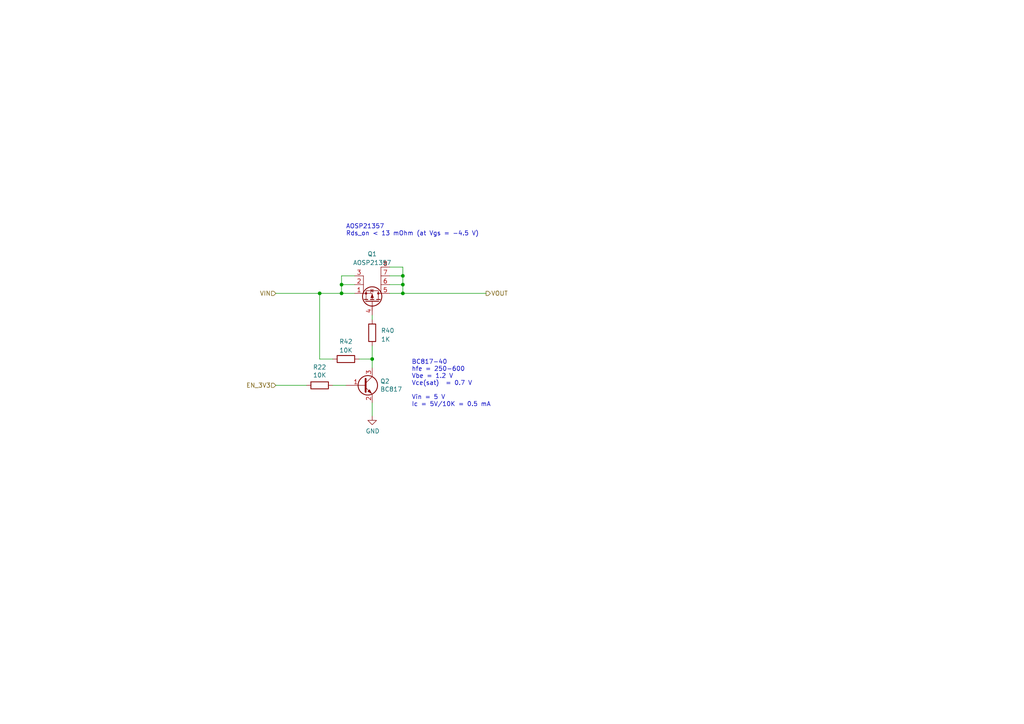
<source format=kicad_sch>
(kicad_sch (version 20230121) (generator eeschema)
  (paper "A4")
  (title_block (title "WS2812 Simple Controller") (date "2023-03-09") (company "Stefan Misik"))
  (lib_symbols
    (symbol "Device:Q_NPN_BEC" (pin_names (offset 0) hide)
      (property "Reference" "Q" (at 5.08 1.27 0))
      (property "Value" "Q_NPN_BEC" (at 5.08 -1.27 0))
      (symbol "Q_NPN_BEC_0_1"
        (polyline (pts (xy 0.635 0.635) (xy 2.54 2.54)))
        (polyline (pts (xy 0.635 -0.635) (xy 2.54 -2.54) (xy 2.54 -2.54)))
        (polyline (pts (xy 0.635 1.905) (xy 0.635 -1.905) (xy 0.635 -1.905)) (stroke (width 0.508)))
        (polyline (pts (xy 1.27 -1.778) (xy 1.778 -1.27) (xy 2.286 -2.286) (xy 1.27 -1.778) (xy 1.27 -1.778)) (fill (type outline)))
        (circle (center 1.27 0) (radius 2.8194) (stroke (width 0.254)))
      )
      (symbol "Q_NPN_BEC_1_1"
        (pin input line (at -5.08 0 0) (length 5.715) (name "B") (number "1"))
        (pin passive line (at 2.54 -5.08 90) (length 2.54) (name "E") (number "2"))
        (pin passive line (at 2.54 5.08 270) (length 2.54) (name "C") (number "3"))
      )
    )
    (symbol "Device:R" (pin_numbers hide) (pin_names (offset 0))
      (property "Reference" "R" (at 2.032 0 90))
      (property "Value" "R" (at 0 0 90))
      (symbol "R_0_1"
        (rectangle (start -1.016 -2.54) (end 1.016 2.54) (stroke (width 0.254)))
      )
      (symbol "R_1_1"
        (pin passive line (at 0 3.81 270) (length 1.27) (name "~") (number "1"))
        (pin passive line (at 0 -3.81 90) (length 1.27) (name "~") (number "2"))
      )
    )
    (symbol "my:Q_PMOS_SSSGDDDD" (pin_names (offset 0) hide)
      (property "Reference" "Q" (at 5.08 1.27 0))
      (property "Value" "Q_PMOS_SSSGDDDD" (at 5.08 -1.27 0))
      (symbol "Q_PMOS_SSSGDDDD_0_0"
        (pin passive line (at 5.08 -5.08 90) (length 2.54) (name "S") (number "2"))
      )
      (symbol "Q_PMOS_SSSGDDDD_0_1"
        (polyline (pts (xy 0.254 0) (xy -2.54 0)))
        (polyline (pts (xy 0.254 1.905) (xy 0.254 -1.905)) (stroke (width 0.254)))
        (polyline (pts (xy 0.762 -1.27) (xy 0.762 -2.286)) (stroke (width 0.254)))
        (polyline (pts (xy 0.762 0.508) (xy 0.762 -0.508)) (stroke (width 0.254)))
        (polyline (pts (xy 0.762 2.286) (xy 0.762 1.27)) (stroke (width 0.254)))
        (polyline (pts (xy 2.54 -2.54) (xy 7.62 -2.54)))
        (polyline (pts (xy 2.54 2.54) (xy 2.54 1.778)))
        (polyline (pts (xy 2.54 2.54) (xy 10.16 2.54)))
        (polyline (pts (xy 2.54 -2.54) (xy 2.54 0) (xy 0.762 0)))
        (polyline (pts (xy 0.762 1.778) (xy 3.302 1.778) (xy 3.302 -1.778) (xy 0.762 -1.778)))
        (polyline (pts (xy 2.286 0) (xy 1.27 0.381) (xy 1.27 -0.381) (xy 2.286 0)) (fill (type outline)))
        (polyline (pts (xy 2.794 -0.508) (xy 2.921 -0.381) (xy 3.683 -0.381) (xy 3.81 -0.254)))
        (polyline (pts (xy 3.302 -0.381) (xy 2.921 0.254) (xy 3.683 0.254) (xy 3.302 -0.381)))
        (circle (center 1.651 0) (radius 2.794) (stroke (width 0.254)))
        (circle (center 2.54 -1.778) (radius 0.254) (fill (type outline)))
        (circle (center 2.54 1.778) (radius 0.254) (fill (type outline)))
      )
      (symbol "Q_PMOS_SSSGDDDD_1_1"
        (pin passive line (at 2.54 -5.08 90) (length 2.54) (name "S") (number "1"))
        (pin passive line (at 7.62 -5.08 90) (length 2.54) (name "S") (number "3"))
        (pin input line (at -3.81 0 0) (length 2.54) (name "G") (number "4"))
        (pin passive line (at 2.54 5.08 270) (length 2.54) (name "D") (number "5"))
        (pin passive line (at 5.08 5.08 270) (length 2.54) (name "D") (number "6"))
        (pin passive line (at 7.62 5.08 270) (length 2.54) (name "D") (number "7"))
        (pin passive line (at 10.16 5.08 270) (length 2.54) (name "D") (number "8"))
      )
    )
    (symbol "power:GND" (power) (pin_names (offset 0))
      (property "Value" "GND" (at 0 -3.81 0))
      (symbol "GND_0_1"
        (polyline (pts (xy 0 0) (xy 0 -1.27) (xy 1.27 -1.27) (xy 0 -2.54) (xy -1.27 -1.27) (xy 0 -1.27)))
      )
      (symbol "GND_1_1"
        (pin power_in line (at 0 0 270) (length 0) hide (name "GND") (number "1"))
      )
    )
  )
  (junction (at 116.84 82.55))
  (junction (at 116.84 85.09))
  (junction (at 107.95 104.14))
  (junction (at 92.71 85.09))
  (junction (at 116.84 80.01))
  (junction (at 99.06 82.55))
  (junction (at 99.06 85.09))
  (wire (pts (xy 80.01 85.09) (xy 92.71 85.09)))
  (wire (pts (xy 113.03 85.09) (xy 116.84 85.09)))
  (wire (pts (xy 92.71 85.09) (xy 99.06 85.09)))
  (wire (pts (xy 116.84 77.47) (xy 116.84 80.01)))
  (wire (pts (xy 107.95 104.14) (xy 107.95 106.68)))
  (wire (pts (xy 96.52 104.14) (xy 92.71 104.14)))
  (wire (pts (xy 107.95 91.44) (xy 107.95 92.71)))
  (wire (pts (xy 99.06 80.01) (xy 99.06 82.55)))
  (wire (pts (xy 104.14 104.14) (xy 107.95 104.14)))
  (wire (pts (xy 107.95 116.84) (xy 107.95 120.65)))
  (wire (pts (xy 113.03 82.55) (xy 116.84 82.55)))
  (wire (pts (xy 113.03 80.01) (xy 116.84 80.01)))
  (wire (pts (xy 107.95 100.33) (xy 107.95 104.14)))
  (wire (pts (xy 113.03 77.47) (xy 116.84 77.47)))
  (wire (pts (xy 96.52 111.76) (xy 100.33 111.76)))
  (wire (pts (xy 116.84 80.01) (xy 116.84 82.55)))
  (wire (pts (xy 99.06 82.55) (xy 99.06 85.09)))
  (wire (pts (xy 92.71 104.14) (xy 92.71 85.09)))
  (wire (pts (xy 102.87 80.01) (xy 99.06 80.01)))
  (wire (pts (xy 99.06 85.09) (xy 102.87 85.09)))
  (wire (pts (xy 116.84 82.55) (xy 116.84 85.09)))
  (wire (pts (xy 116.84 85.09) (xy 140.97 85.09)))
  (wire (pts (xy 80.01 111.76) (xy 88.9 111.76)))
  (wire (pts (xy 99.06 82.55) (xy 102.87 82.55)))
  (text "AOSP21357\nRds_on < 13 mOhm (at Vgs = -4.5 V)" (at 100.33 68.58 0) (effects (font (size 1.27 1.27)) (justify left bottom)))
  (text "BC817-40\nhfe = 250-600\nVbe = 1.2 V\nVce(sat)  = 0.7 V\n\nVin = 5 V\nIc = 5V/10K = 0.5 mA" (at 119.38 118.11 0) (effects (font (size 1.27 1.27)) (justify left bottom)))
  (hierarchical_label "VOUT" (shape output) (at 140.97 85.09 0))
  (hierarchical_label "VIN" (shape input) (at 80.01 85.09 180))
  (hierarchical_label "EN_3V3" (shape input) (at 80.01 111.76 180))
  (symbol (lib_id "my:Q_PMOS_SSSGDDDD") (at 107.95 87.63 270) (mirror x) (unit 1)
    (property "Reference" "Q1" (at 107.95 73.66 90))
    (property "Value" "AOSP21357" (at 107.95 76.2 90))
    (instances (project "simple_control" (path "" (reference "Q1") (unit 1)) (path "" (reference "Q9") (unit 1)) (path "" (reference "Q10") (unit 1))))
  )
  (symbol (lib_id "power:GND") (at 107.95 120.65 0) (unit 1)
    (property "Reference" "#PWR022" (effects hide))
    (property "Value" "GND" (at 108.077 125.0442 0))
    (instances (project "simple_control" (path "" (reference "#PWR022") (unit 1)) (path "" (reference "#PWR024") (unit 1)) (path "" (reference "#PWR026") (unit 1)) (path "" (reference "#PWR028") (unit 1)) (path "" (reference "#PWR052") (unit 1)) (path "" (reference "#PWR053") (unit 1))) (project "control" (path "" (reference "#PWR0402") (unit 1)) (path "" (reference "#PWR0502") (unit 1)) (path "" (reference "#PWR0602") (unit 1)) (path "" (reference "#PWR0702") (unit 1))))
  )
  (symbol (lib_id "Device:R") (at 92.71 111.76 270) (unit 1)
    (property "Reference" "R22" (at 92.71 106.5022 90))
    (property "Value" "10K" (at 92.71 108.8136 90))
    (property "Footprint" "Resistor_SMD:R_0805_2012Metric_Pad1.20x1.40mm_HandSolder" (effects hide))
    (instances (project "simple_control" (path "" (reference "R22") (unit 1)) (path "" (reference "R24") (unit 1)) (path "" (reference "R26") (unit 1)) (path "" (reference "R28") (unit 1)) (path "" (reference "R38") (unit 1)) (path "" (reference "R39") (unit 1))) (project "control" (path "" (reference "R402") (unit 1)) (path "" (reference "R502") (unit 1)) (path "" (reference "R602") (unit 1)) (path "" (reference "R702") (unit 1))))
  )
  (symbol (lib_id "Device:Q_NPN_BEC") (at 105.41 111.76 0) (unit 1)
    (property "Reference" "Q2" (at 110.2614 110.5916 0) (effects (justify left)))
    (property "Value" "BC817" (at 110.2614 112.903 0) (effects (justify left)))
    (property "Footprint" "Package_TO_SOT_SMD:SOT-23_Handsoldering" (effects hide))
    (instances (project "simple_control" (path "" (reference "Q2") (unit 1)) (path "" (reference "Q3") (unit 1)) (path "" (reference "Q4") (unit 1)) (path "" (reference "Q5") (unit 1)) (path "" (reference "Q7") (unit 1)) (path "" (reference "Q8") (unit 1))) (project "control" (path "" (reference "Q401") (unit 1)) (path "" (reference "Q501") (unit 1)) (path "" (reference "Q601") (unit 1)) (path "" (reference "Q701") (unit 1))))
  )
  (symbol (lib_id "Device:R") (at 107.95 96.52 0) (unit 1)
    (property "Reference" "R40" (at 110.49 95.885 0) (effects (justify left)))
    (property "Value" "1K" (at 110.49 98.425 0) (effects (justify left)))
    (instances (project "simple_control" (path "" (reference "R40") (unit 1)) (path "" (reference "R41") (unit 1))))
  )
  (symbol (lib_id "Device:R") (at 100.33 104.14 90) (unit 1)
    (property "Reference" "R42" (at 100.33 99.06 90))
    (property "Value" "10K" (at 100.33 101.6 90))
    (instances (project "simple_control" (path "" (reference "R42") (unit 1)) (path "" (reference "R43") (unit 1))))
  )
)
</source>
